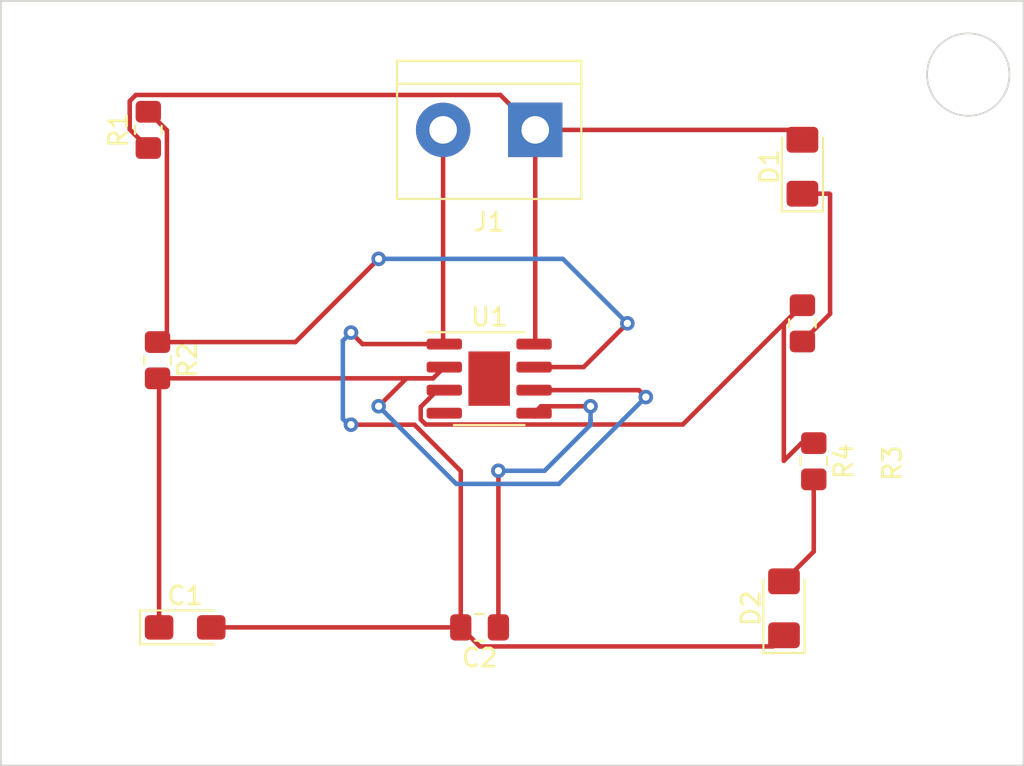
<source format=kicad_pcb>
(kicad_pcb (version 20211014) (generator pcbnew)
  (layers (0 "F.Cu" signal) (31 "B.Cu" signal) (34 "B.Paste" user) (35 "F.Paste" user) (36 "B.SilkS" user "B.Silkscreen") (37 "F.SilkS" user "F.Silkscreen") (38 "B.Mask" user) (39 "F.Mask" user) (44 "Edge.Cuts" user))
  (net 0 "")
  (net 1 "/pin_2")
  (net 2 "GND")
  (net 3 "Net-(C2-Pad1)")
  (net 4 "Net-(D1-Pad1)")
  (net 5 "+9V")
  (net 6 "Net-(D2-Pad2)")
  (net 7 "Net-(R1-Pad2)")
  (net 8 "/pin_3")
  (net 9 "/9V")
  (footprint "Resistor_SMD:R_0805_2012Metric_Pad1.20x1.40mm_HandSolder" (layer "F.Cu") (at 156.972 89.916 90)
    (fp_text reference "R3" (at -7.7065 4.954 90) (layer "F.SilkS"))
    (fp_text value "1k")
    (fp_line (start -0.227064 0.735) (end 0.227064 0.735) (layer "F.SilkS") (width 0.12))
    (fp_line (start -0.227064 -0.735) (end 0.227064 -0.735) (layer "F.SilkS") (width 0.12))
    (pad "1" smd roundrect (at -1 0 90) (size 1.2 1.4) (layers "F.Cu" "F.Paste" "F.Mask") (roundrect_rratio 0.208333) (net 4 "Net-(D1-Pad1)"))
    (pad "2" smd roundrect (at 1 0 90) (size 1.2 1.4) (layers "F.Cu" "F.Paste" "F.Mask") (roundrect_rratio 0.208333) (net 8 "/pin_3"))
  )
  (footprint "Resistor_SMD:R_0805_2012Metric_Pad1.20x1.40mm_HandSolder" (layer "F.Cu") (at 157.597 97.52 -90)
    (fp_text reference "R4" (at 0 -1.65 90) (layer "F.SilkS"))
    (fp_text value "1k")
    (fp_line (start -0.227064 -0.735) (end 0.227064 -0.735) (layer "F.SilkS") (width 0.12))
    (fp_line (start -0.227064 0.735) (end 0.227064 0.735) (layer "F.SilkS") (width 0.12))
    (pad "1" smd roundrect (at -1 0 270) (size 1.2 1.4) (layers "F.Cu" "F.Paste" "F.Mask") (roundrect_rratio 0.208333) (net 8 "/pin_3"))
    (pad "2" smd roundrect (at 1 0 270) (size 1.2 1.4) (layers "F.Cu" "F.Paste" "F.Mask") (roundrect_rratio 0.208333) (net 6 "Net-(D2-Pad2)"))
  )
  (footprint "Package_SO:SOIC-8-1EP_3.9x4.9mm_P1.27mm_EP2.29x3mm" (layer "F.Cu") (at 139.7 92.964)
    (fp_text reference "U1" (at 0 -3.4) (layer "F.SilkS"))
    (fp_text value "NE555D")
    (fp_line (start 0 2.56) (end -1.95 2.56) (layer "F.SilkS") (width 0.12))
    (fp_line (start 0 -2.56) (end 1.95 -2.56) (layer "F.SilkS") (width 0.12))
    (fp_line (start 0 -2.56) (end -3.45 -2.56) (layer "F.SilkS") (width 0.12))
    (fp_line (start 0 2.56) (end 1.95 2.56) (layer "F.SilkS") (width 0.12))
    (pad "1" smd roundrect (at -2.475 -1.905) (size 1.95 0.6) (layers "F.Cu" "F.Paste" "F.Mask") (net 2 "GND"))
    (pad "2" smd roundrect (at -2.475 -0.635) (size 1.95 0.6) (layers "F.Cu" "F.Paste" "F.Mask") (net 1 "/pin_2"))
    (pad "3" smd roundrect (at -2.475 0.635) (size 1.95 0.6) (layers "F.Cu" "F.Paste" "F.Mask") (net 8 "/pin_3"))
    (pad "4" smd roundrect (at -2.475 1.905) (size 1.95 0.6) (layers "F.Cu" "F.Paste" "F.Mask") (net 9 "/9V"))
    (pad "5" smd roundrect (at 2.475 1.905) (size 1.95 0.6) (layers "F.Cu" "F.Paste" "F.Mask") (net 3 "Net-(C2-Pad1)"))
    (pad "6" smd roundrect (at 2.475 0.635) (size 1.95 0.6) (layers "F.Cu" "F.Paste" "F.Mask") (net 1 "/pin_2"))
    (pad "7" smd roundrect (at 2.475 -0.635) (size 1.95 0.6) (layers "F.Cu" "F.Paste" "F.Mask") (net 7 "Net-(R1-Pad2)"))
    (pad "8" smd roundrect (at 2.475 -1.905) (size 1.95 0.6) (layers "F.Cu" "F.Paste" "F.Mask") (net 5 "+9V"))
    (pad "9" smd rect (at 0 0) (size 2.29 3) (layers "F.Cu" "F.Mask"))
  )
  (footprint "LED_SMD:LED_1206_3216Metric_Pad1.42x1.75mm_HandSolder" (layer "F.Cu") (at 156.972 81.28 90)
    (fp_text reference "D1" (at 0 -1.82 90) (layer "F.SilkS"))
    (fp_text value "LED")
    (fp_line (start -2.46 -1.135) (end -2.46 1.135) (layer "F.SilkS") (width 0.12))
    (fp_line (start -2.46 1.135) (end 1.6 1.135) (layer "F.SilkS") (width 0.12))
    (fp_line (start 1.6 -1.135) (end -2.46 -1.135) (layer "F.SilkS") (width 0.12))
    (pad "1" smd roundrect (at -1.4875 0 90) (size 1.425 1.75) (layers "F.Cu" "F.Paste" "F.Mask") (roundrect_rratio 0.175439) (net 4 "Net-(D1-Pad1)"))
    (pad "2" smd roundrect (at 1.4875 0 90) (size 1.425 1.75) (layers "F.Cu" "F.Paste" "F.Mask") (roundrect_rratio 0.175439) (net 5 "+9V"))
  )
  (footprint "Capacitor_SMD:C_0805_2012Metric_Pad1.18x1.45mm_HandSolder" (layer "F.Cu") (at 139.1705 106.68 180)
    (fp_text reference "C2" (at 0 -1.68) (layer "F.SilkS"))
    (fp_text value "0.01 uF")
    (fp_line (start -0.261252 0.735) (end 0.261252 0.735) (layer "F.SilkS") (width 0.12))
    (fp_line (start -0.261252 -0.735) (end 0.261252 -0.735) (layer "F.SilkS") (width 0.12))
    (pad "1" smd roundrect (at -1.0375 0 180) (size 1.175 1.45) (layers "F.Cu" "F.Paste" "F.Mask") (roundrect_rratio 0.212766) (net 3 "Net-(C2-Pad1)"))
    (pad "2" smd roundrect (at 1.0375 0 180) (size 1.175 1.45) (layers "F.Cu" "F.Paste" "F.Mask") (roundrect_rratio 0.212766) (net 2 "GND"))
  )
  (footprint "Capacitor_Tantalum_SMD:CP_EIA-3216-18_Kemet-A_Pad1.58x1.35mm_HandSolder" (layer "F.Cu") (at 122.936 106.68)
    (fp_text reference "C1" (at 0 -1.75) (layer "F.SilkS"))
    (fp_text value "10 uF")
    (fp_line (start -2.485 0.935) (end 1.6 0.935) (layer "F.SilkS") (width 0.12))
    (fp_line (start -2.485 -0.935) (end -2.485 0.935) (layer "F.SilkS") (width 0.12))
    (fp_line (start 1.6 -0.935) (end -2.485 -0.935) (layer "F.SilkS") (width 0.12))
    (pad "1" smd roundrect (at -1.4375 0) (size 1.575 1.35) (layers "F.Cu" "F.Paste" "F.Mask") (roundrect_rratio 0.185185) (net 1 "/pin_2"))
    (pad "2" smd roundrect (at 1.4375 0) (size 1.575 1.35) (layers "F.Cu" "F.Paste" "F.Mask") (roundrect_rratio 0.185185) (net 2 "GND"))
  )
  (footprint "TerminalBlock:TerminalBlock_bornier-2_P5.08mm" (layer "F.Cu") (at 142.24 79.248 180)
    (fp_text reference "J1" (at 2.54 -5.08) (layer "F.SilkS"))
    (fp_text value "Conn_01x02_Male")
    (fp_line (start 7.62 2.54) (end -2.54 2.54) (layer "F.SilkS") (width 0.12))
    (fp_line (start 7.62 3.81) (end 7.62 -3.81) (layer "F.SilkS") (width 0.12))
    (fp_line (start 7.62 -3.81) (end -2.54 -3.81) (layer "F.SilkS") (width 0.12))
    (fp_line (start -2.54 -3.81) (end -2.54 3.81) (layer "F.SilkS") (width 0.12))
    (fp_line (start -2.54 3.81) (end 7.62 3.81) (layer "F.SilkS") (width 0.12))
    (pad "1" thru_hole rect (at 0 0 180) (size 3 3) (drill 1.52) (layers *.Cu *.Mask) (net 5 "+9V"))
    (pad "2" thru_hole circle (at 5.08 0 180) (size 3 3) (drill 1.52) (layers *.Cu *.Mask) (net 2 "GND"))
  )
  (footprint "LED_SMD:LED_1206_3216Metric_Pad1.42x1.75mm_HandSolder" (layer "F.Cu") (at 155.956 105.6275 90)
    (fp_text reference "D2" (at 0 -1.82 90) (layer "F.SilkS"))
    (fp_text value "LED")
    (fp_line (start -2.46 1.135) (end 1.6 1.135) (layer "F.SilkS") (width 0.12))
    (fp_line (start -2.46 -1.135) (end -2.46 1.135) (layer "F.SilkS") (width 0.12))
    (fp_line (start 1.6 -1.135) (end -2.46 -1.135) (layer "F.SilkS") (width 0.12))
    (pad "1" smd roundrect (at -1.4875 0 90) (size 1.425 1.75) (layers "F.Cu" "F.Paste" "F.Mask") (roundrect_rratio 0.175439) (net 2 "GND"))
    (pad "2" smd roundrect (at 1.4875 0 90) (size 1.425 1.75) (layers "F.Cu" "F.Paste" "F.Mask") (roundrect_rratio 0.175439) (net 6 "Net-(D2-Pad2)"))
  )
  (footprint "Resistor_SMD:R_0805_2012Metric_Pad1.20x1.40mm_HandSolder" (layer "F.Cu") (at 121.412 91.948 -90)
    (fp_text reference "R2" (at 0 -1.65 90) (layer "F.SilkS"))
    (fp_text value "10k")
    (fp_line (start -0.227064 -0.735) (end 0.227064 -0.735) (layer "F.SilkS") (width 0.12))
    (fp_line (start -0.227064 0.735) (end 0.227064 0.735) (layer "F.SilkS") (width 0.12))
    (pad "1" smd roundrect (at -1 0 270) (size 1.2 1.4) (layers "F.Cu" "F.Paste" "F.Mask") (roundrect_rratio 0.208333) (net 7 "Net-(R1-Pad2)"))
    (pad "2" smd roundrect (at 1 0 270) (size 1.2 1.4) (layers "F.Cu" "F.Paste" "F.Mask") (roundrect_rratio 0.208333) (net 1 "/pin_2"))
  )
  (footprint "Resistor_SMD:R_0805_2012Metric_Pad1.20x1.40mm_HandSolder" (layer "F.Cu") (at 120.904 79.248 90)
    (fp_text reference "R1" (at 0 -1.65 90) (layer "F.SilkS"))
    (fp_text value "1k")
    (fp_line (start -0.227064 -0.735) (end 0.227064 -0.735) (layer "F.SilkS") (width 0.12))
    (fp_line (start -0.227064 0.735) (end 0.227064 0.735) (layer "F.SilkS") (width 0.12))
    (pad "1" smd roundrect (at -1 0 90) (size 1.2 1.4) (layers "F.Cu" "F.Paste" "F.Mask") (roundrect_rratio 0.208333) (net 5 "+9V"))
    (pad "2" smd roundrect (at 1 0 90) (size 1.2 1.4) (layers "F.Cu" "F.Paste" "F.Mask") (roundrect_rratio 0.208333) (net 7 "Net-(R1-Pad2)"))
  )
  (gr_rect (start 112.776 72.136) (end 169.164 114.3) (layer "Edge.Cuts") (width 0.1) (fill none))
  (gr_circle (center 166.116 76.2) (end 164.084 75.184) (layer "Edge.Cuts") (width 0.1) (fill none))
  (segment (start 121.412 92.948) (end 136.606 92.948) (width 0.25) (layer "F.Cu") (net 1))
  (segment (start 121.4985 93.0345) (end 121.412 92.948) (width 0.25) (layer "F.Cu") (net 1))
  (segment (start 142.175 93.599) (end 147.955 93.599) (width 0.25) (layer "F.Cu") (net 1))
  (segment (start 136.606 92.948) (end 137.225 92.329) (width 0.25) (layer "F.Cu") (net 1))
  (segment (start 147.955 93.599) (end 148.336 93.98) (width 0.25) (layer "F.Cu") (net 1))
  (segment (start 121.4985 106.68) (end 121.4985 93.0345) (width 0.25) (layer "F.Cu") (net 1))
  (segment (start 133.604 94.488) (end 135.144 92.948) (width 0.25) (layer "F.Cu") (net 1))
  (segment (start 135.144 92.948) (end 136.606 92.948) (width 0.25) (layer "F.Cu") (net 1))
  (via (at 148.336 93.98) (size 0.8) (drill 0.4) (layers "F.Cu" "B.Cu") (net 1))
  (via (at 133.604 94.488) (size 0.8) (drill 0.4) (layers "F.Cu" "B.Cu") (net 1))
  (segment (start 137.885 98.769) (end 133.604 94.488) (width 0.25) (layer "B.Cu") (net 1))
  (segment (start 148.336 93.98) (end 143.547 98.769) (width 0.25) (layer "B.Cu") (net 1))
  (segment (start 143.547 98.769) (end 137.885 98.769) (width 0.25) (layer "B.Cu") (net 1))
  (segment (start 132.08 95.504) (end 135.576853 95.504) (width 0.25) (layer "F.Cu") (net 2))
  (segment (start 132.715 91.059) (end 132.08 90.424) (width 0.25) (layer "F.Cu") (net 2))
  (segment (start 135.576853 95.504) (end 138.133 98.060147) (width 0.25) (layer "F.Cu") (net 2))
  (segment (start 138.133 106.68) (end 138.133 98.060147) (width 0.25) (layer "F.Cu") (net 2))
  (segment (start 155.341 107.73) (end 139.183 107.73) (width 0.25) (layer "F.Cu") (net 2))
  (segment (start 137.16 90.994) (end 137.225 91.059) (width 0.25) (layer "F.Cu") (net 2))
  (segment (start 137.225 91.059) (end 132.715 91.059) (width 0.25) (layer "F.Cu") (net 2))
  (segment (start 155.956 107.115) (end 155.341 107.73) (width 0.25) (layer "F.Cu") (net 2))
  (segment (start 137.16 79.248) (end 137.16 90.994) (width 0.25) (layer "F.Cu") (net 2))
  (segment (start 139.183 107.73) (end 138.133 106.68) (width 0.25) (layer "F.Cu") (net 2))
  (segment (start 138.133 106.68) (end 124.3735 106.68) (width 0.25) (layer "F.Cu") (net 2))
  (via (at 132.08 90.424) (size 0.8) (drill 0.4) (layers "F.Cu" "B.Cu") (net 2))
  (via (at 132.08 95.504) (size 0.8) (drill 0.4) (layers "F.Cu" "B.Cu") (net 2))
  (segment (start 131.951604 95.504) (end 132.08 95.504) (width 0.25) (layer "B.Cu") (net 2))
  (segment (start 132.08 90.424) (end 131.63 90.874) (width 0.25) (layer "B.Cu") (net 2))
  (segment (start 131.63 95.182396) (end 131.951604 95.504) (width 0.25) (layer "B.Cu") (net 2))
  (segment (start 131.63 90.874) (end 131.63 95.182396) (width 0.25) (layer "B.Cu") (net 2))
  (segment (start 140.208 106.68) (end 140.208 98.044) (width 0.25) (layer "F.Cu") (net 3))
  (segment (start 142.175 94.931) (end 142.24 94.996) (width 0.25) (layer "F.Cu") (net 3))
  (segment (start 142.175 94.869) (end 142.175 94.931) (width 0.25) (layer "F.Cu") (net 3))
  (segment (start 142.24 94.996) (end 142.24 95.044) (width 0.25) (layer "F.Cu") (net 3))
  (segment (start 145.288 94.488) (end 142.556 94.488) (width 0.25) (layer "F.Cu") (net 3))
  (segment (start 142.556 94.488) (end 142.175 94.869) (width 0.25) (layer "F.Cu") (net 3))
  (segment (start 142.24 95.044) (end 142.175 95.044) (width 0.25) (layer "F.Cu") (net 3))
  (via (at 145.288 94.488) (size 0.8) (drill 0.4) (layers "F.Cu" "B.Cu") (net 3))
  (via (at 140.208 98.044) (size 0.8) (drill 0.4) (layers "F.Cu" "B.Cu") (net 3))
  (segment (start 145.288 95.213) (end 145.288 95.504) (width 0.25) (layer "B.Cu") (net 3))
  (segment (start 142.757305 98.044) (end 145.288 95.513305) (width 0.25) (layer "B.Cu") (net 3))
  (segment (start 140.208 98.044) (end 142.757305 98.044) (width 0.25) (layer "B.Cu") (net 3))
  (segment (start 145.288 95.504) (end 145.288 94.488) (width 0.25) (layer "B.Cu") (net 3))
  (segment (start 145.288 95.513305) (end 145.288 95.213) (width 0.25) (layer "B.Cu") (net 3))
  (segment (start 156.972 90.916) (end 158.496 89.392) (width 0.25) (layer "F.Cu") (net 4))
  (segment (start 156.972 82.7675) (end 158.4595 82.7675) (width 0.25) (layer "F.Cu") (net 4))
  (segment (start 158.496 89.392) (end 158.496 82.804) (width 0.25) (layer "F.Cu") (net 4))
  (segment (start 158.4595 82.7675) (end 158.496 82.804) (width 0.25) (layer "F.Cu") (net 4))
  (segment (start 142.24 79.248) (end 142.24 90.994) (width 0.25) (layer "F.Cu") (net 5))
  (segment (start 120.904 80.248) (end 119.879 79.223) (width 0.25) (layer "F.Cu") (net 5))
  (segment (start 120.215827 77.323) (end 140.315 77.323) (width 0.25) (layer "F.Cu") (net 5))
  (segment (start 156.972 79.7925) (end 156.4275 79.248) (width 0.25) (layer "F.Cu") (net 5))
  (segment (start 140.315 77.323) (end 142.24 79.248) (width 0.25) (layer "F.Cu") (net 5))
  (segment (start 119.879 77.659827) (end 120.215827 77.323) (width 0.25) (layer "F.Cu") (net 5))
  (segment (start 156.4275 79.248) (end 142.24 79.248) (width 0.25) (layer "F.Cu") (net 5))
  (segment (start 142.24 90.994) (end 142.175 91.059) (width 0.25) (layer "F.Cu") (net 5))
  (segment (start 119.879 79.223) (end 119.879 77.659827) (width 0.25) (layer "F.Cu") (net 5))
  (segment (start 157.597 98.52) (end 157.597 102.499) (width 0.25) (layer "F.Cu") (net 6))
  (segment (start 157.597 102.499) (end 155.956 104.14) (width 0.25) (layer "F.Cu") (net 6))
  (segment (start 144.907 92.329) (end 142.175 92.329) (width 0.25) (layer "F.Cu") (net 7))
  (segment (start 121.929 90.431) (end 121.412 90.948) (width 0.25) (layer "F.Cu") (net 7))
  (segment (start 129.016 90.948) (end 133.604 86.36) (width 0.25) (layer "F.Cu") (net 7))
  (segment (start 120.904 78.248) (end 121.929 79.273) (width 0.25) (layer "F.Cu") (net 7))
  (segment (start 147.32 89.916) (end 144.907 92.329) (width 0.25) (layer "F.Cu") (net 7))
  (segment (start 121.412 90.948) (end 129.016 90.948) (width 0.25) (layer "F.Cu") (net 7))
  (segment (start 121.929 79.273) (end 121.929 90.431) (width 0.25) (layer "F.Cu") (net 7))
  (via (at 147.32 89.916) (size 0.8) (drill 0.4) (layers "F.Cu" "B.Cu") (net 7))
  (via (at 133.604 86.36) (size 0.8) (drill 0.4) (layers "F.Cu" "B.Cu") (net 7))
  (segment (start 143.764 86.36) (end 147.32 89.916) (width 0.25) (layer "B.Cu") (net 7))
  (segment (start 133.604 86.36) (end 143.764 86.36) (width 0.25) (layer "B.Cu") (net 7))
  (segment (start 157.597 96.52) (end 156.922 96.52) (width 0.25) (layer "F.Cu") (net 8))
  (segment (start 137.225 93.599) (end 136.848249 93.599) (width 0.25) (layer "F.Cu") (net 8))
  (segment (start 155.947 89.941) (end 155.947 97.495) (width 0.25) (layer "F.Cu") (net 8))
  (segment (start 156.972 88.916) (end 155.947 89.941) (width 0.25) (layer "F.Cu") (net 8))
  (segment (start 136.203249 95.494) (end 150.378 95.494) (width 0.25) (layer "F.Cu") (net 8))
  (segment (start 156.956 88.916) (end 156.972 88.916) (width 0.25) (layer "F.Cu") (net 8))
  (segment (start 150.378 95.494) (end 156.956 88.916) (width 0.25) (layer "F.Cu") (net 8))
  (segment (start 135.925 95.215751) (end 136.203249 95.494) (width 0.25) (layer "F.Cu") (net 8))
  (segment (start 136.848249 93.599) (end 135.925 94.522249) (width 0.25) (layer "F.Cu") (net 8))
  (segment (start 135.925 94.522249) (end 135.925 95.215751) (width 0.25) (layer "F.Cu") (net 8))
  (segment (start 156.922 96.52) (end 155.947 97.495) (width 0.25) (layer "F.Cu") (net 8))
)
</source>
